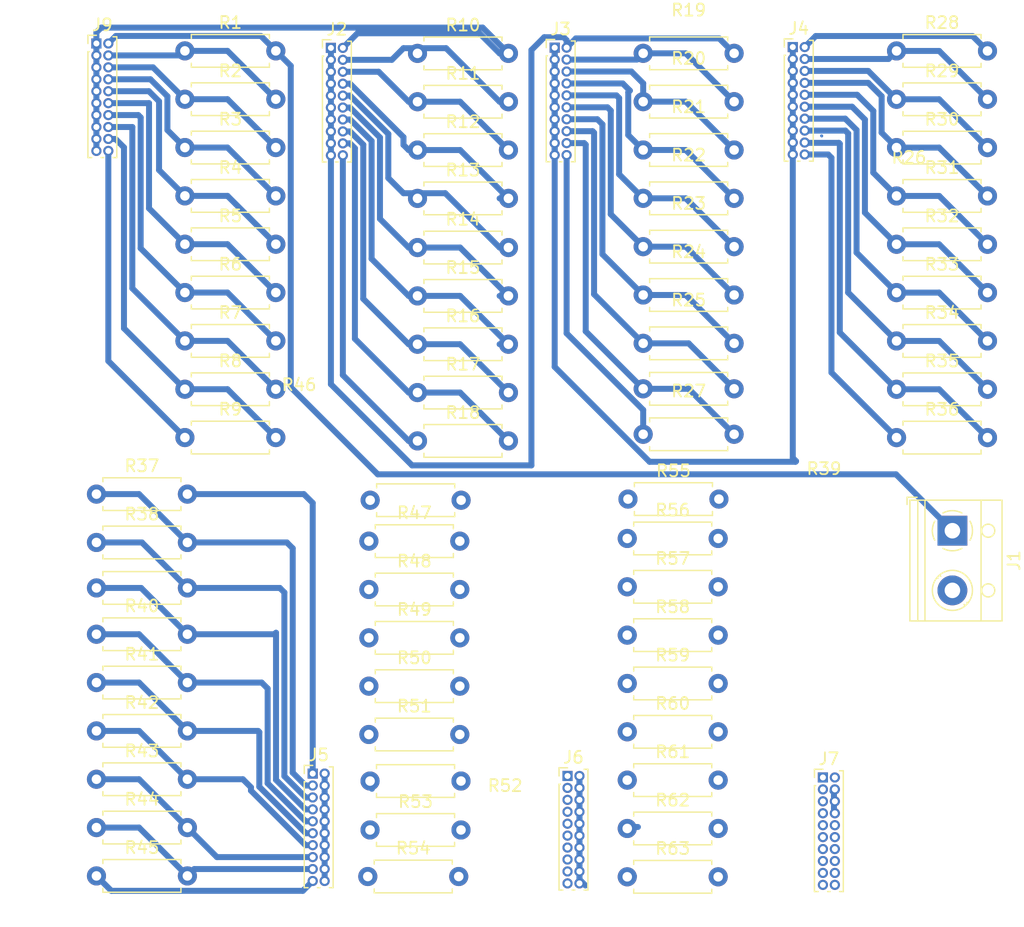
<source format=kicad_pcb>
(kicad_pcb (version 20221018) (generator pcbnew)
  (layers (0 "F.Cu" signal) (31 "B.Cu" signal) (34 "B.Paste" user) (35 "F.Paste" user) (36 "B.SilkS" user "B.Silkscreen") (37 "F.SilkS" user "F.Silkscreen") (38 "B.Mask" user) (39 "F.Mask" user) (44 "Edge.Cuts" user))
  (net 0 "")
  (net 1 "Net-(J1-Pin_1)")
  (net 2 "Net-(J1-Pin_2)")
  (net 3 "Net-(J9-Pin_4)")
  (net 4 "Net-(J9-Pin_6)")
  (net 5 "Net-(J9-Pin_8)")
  (net 6 "Net-(J9-Pin_10)")
  (net 7 "Net-(J9-Pin_12)")
  (net 8 "Net-(J9-Pin_14)")
  (net 9 "Net-(J9-Pin_16)")
  (net 10 "Net-(J9-Pin_18)")
  (net 11 "Net-(J9-Pin_20)")
  (net 12 "Net-(J2-Pin_1)")
  (net 13 "Net-(J2-Pin_2)")
  (net 14 "Net-(J2-Pin_4)")
  (net 15 "Net-(J2-Pin_6)")
  (net 16 "Net-(J2-Pin_8)")
  (net 17 "Net-(J2-Pin_10)")
  (net 18 "Net-(J2-Pin_12)")
  (net 19 "Net-(J2-Pin_14)")
  (net 20 "Net-(J2-Pin_16)")
  (net 21 "Net-(J2-Pin_18)")
  (net 22 "Net-(J2-Pin_20)")
  (net 23 "Net-(J3-Pin_1)")
  (net 24 "Net-(J3-Pin_4)")
  (net 25 "Net-(J3-Pin_6)")
  (net 26 "Net-(J3-Pin_8)")
  (net 27 "Net-(J3-Pin_10)")
  (net 28 "Net-(J3-Pin_12)")
  (net 29 "Net-(J3-Pin_14)")
  (net 30 "Net-(J3-Pin_16)")
  (net 31 "Net-(J3-Pin_18)")
  (net 32 "Net-(J3-Pin_20)")
  (net 33 "Net-(J4-Pin_2)")
  (net 34 "Net-(J4-Pin_4)")
  (net 35 "Net-(J4-Pin_6)")
  (net 36 "Net-(J4-Pin_8)")
  (net 37 "Net-(J4-Pin_10)")
  (net 38 "Net-(J4-Pin_12)")
  (net 39 "Net-(J4-Pin_14)")
  (net 40 "Net-(J4-Pin_16)")
  (net 41 "Net-(J4-Pin_18)")
  (net 42 "Net-(J4-Pin_20)")
  (net 43 "Net-(J5-Pin_1)")
  (net 44 "Net-(J5-Pin_3)")
  (net 45 "Net-(J5-Pin_5)")
  (net 46 "Net-(J5-Pin_7)")
  (net 47 "Net-(J5-Pin_9)")
  (net 48 "Net-(J5-Pin_11)")
  (net 49 "Net-(J5-Pin_13)")
  (net 50 "Net-(J5-Pin_15)")
  (net 51 "Net-(J5-Pin_17)")
  (net 52 "Net-(J5-Pin_19)")
  (net 53 "Net-(J6-Pin_1)")
  (net 54 "Net-(J6-Pin_3)")
  (net 55 "Net-(J6-Pin_5)")
  (net 56 "Net-(J6-Pin_7)")
  (net 57 "Net-(J6-Pin_9)")
  (net 58 "Net-(J6-Pin_11)")
  (net 59 "Net-(J6-Pin_13)")
  (net 60 "Net-(J6-Pin_15)")
  (net 61 "Net-(J6-Pin_17)")
  (net 62 "Net-(J6-Pin_19)")
  (net 63 "Net-(J7-Pin_3)")
  (net 64 "Net-(J7-Pin_5)")
  (net 65 "Net-(J7-Pin_7)")
  (net 66 "Net-(J7-Pin_9)")
  (net 67 "Net-(J7-Pin_10)")
  (net 68 "Net-(J7-Pin_11)")
  (net 69 "Net-(J7-Pin_13)")
  (net 70 "Net-(J7-Pin_15)")
  (net 71 "Net-(J7-Pin_17)")
  (net 72 "Net-(J7-Pin_19)")
  (footprint "Resistor_THT:R_Axial_DIN0207_L6.3mm_D2.5mm_P7.62mm_Horizontal" (layer "F.Cu") (at 123.73 74.25)
    (fp_text reference "R16")
    (fp_text value "10R")
  )
  (footprint "Resistor_THT:R_Axial_DIN0207_L6.3mm_D2.5mm_P7.62mm_Horizontal" (layer "F.Cu") (at 104.24 57.77)
    (fp_text reference "R3")
    (fp_text value "1R")
  )
  (footprint "Resistor_THT:R_Axial_DIN0207_L6.3mm_D2.5mm_P7.62mm_Horizontal" (layer "F.Cu") (at 119.565 118.85)
    (fp_text reference "R54")
    (fp_text value "100K")
  )
  (footprint "Resistor_THT:R_Axial_DIN0207_L6.3mm_D2.5mm_P7.62mm_Horizontal" (layer "F.Cu") (at 123.73 70.2)
    (fp_text reference "R15")
    (fp_text value "10R")
  )
  (footprint "Connector_PinHeader_1.00mm:PinHeader_2x10_P1.00mm_Vertical" (layer "F.Cu") (at 116.475 49.42)
    (fp_text reference "J2")
    (fp_text value "Conn_02x10_Odd_Even")
  )
  (footprint "Resistor_THT:R_Axial_DIN0207_L6.3mm_D2.5mm_P7.62mm_Horizontal" (layer "F.Cu") (at 123.73 62.03)
    (fp_text reference "R13")
    (fp_text value "10R")
  )
  (footprint "Resistor_THT:R_Axial_DIN0207_L6.3mm_D2.5mm_P7.62mm_Horizontal" (layer "F.Cu") (at 104.24 49.67)
    (fp_text reference "R1")
    (fp_text value "1R")
  )
  (footprint "Resistor_THT:R_Axial_DIN0207_L6.3mm_D2.5mm_P7.62mm_Horizontal" (layer "F.Cu") (at 163.87 53.725)
    (fp_text reference "R29")
    (fp_text value "1K")
  )
  (footprint "Resistor_THT:R_Axial_DIN0207_L6.3mm_D2.5mm_P7.62mm_Horizontal" (layer "F.Cu") (at 163.87 82.075)
    (fp_text reference "R36")
    (fp_text value "1K")
  )
  (footprint "Resistor_THT:R_Axial_DIN0207_L6.3mm_D2.5mm_P7.62mm_Horizontal" (layer "F.Cu") (at 119.765 87.32)
    (fp_text reference "R46")
    (fp_text value "100K")
  )
  (footprint "Resistor_THT:R_Axial_DIN0207_L6.3mm_D2.5mm_P7.62mm_Horizontal" (layer "F.Cu") (at 141.305 118.875)
    (fp_text reference "R63")
    (fp_text value "1M")
  )
  (footprint "Resistor_THT:R_Axial_DIN0207_L6.3mm_D2.5mm_P7.62mm_Horizontal" (layer "F.Cu") (at 163.87 49.675)
    (fp_text reference "R28")
    (fp_text value "1k")
  )
  (footprint "Resistor_THT:R_Axial_DIN0207_L6.3mm_D2.5mm_P7.62mm_Horizontal" (layer "F.Cu") (at 141.305 90.525)
    (fp_text reference "R56")
    (fp_text value "1M")
  )
  (footprint "Resistor_THT:R_Axial_DIN0207_L6.3mm_D2.5mm_P7.62mm_Horizontal" (layer "F.Cu") (at 96.83 110.7)
    (fp_text reference "R43")
    (fp_text value "10K")
  )
  (footprint "Resistor_THT:R_Axial_DIN0207_L6.3mm_D2.5mm_P7.62mm_Horizontal" (layer "F.Cu") (at 104.24 53.72)
    (fp_text reference "R2")
    (fp_text value "1R")
  )
  (footprint "Resistor_THT:R_Axial_DIN0207_L6.3mm_D2.5mm_P7.62mm_Horizontal" (layer "F.Cu") (at 104.24 61.82)
    (fp_text reference "R4")
    (fp_text value "1R")
  )
  (footprint "Resistor_THT:R_Axial_DIN0207_L6.3mm_D2.5mm_P7.62mm_Horizontal" (layer "F.Cu") (at 163.87 65.875)
    (fp_text reference "R32")
    (fp_text value "1K")
  )
  (footprint "Resistor_THT:R_Axial_DIN0207_L6.3mm_D2.5mm_P7.62mm_Horizontal" (layer "F.Cu") (at 141.305 98.625)
    (fp_text reference "R58")
    (fp_text value "1M")
  )
  (footprint "Resistor_THT:R_Axial_DIN0207_L6.3mm_D2.5mm_P7.62mm_Horizontal" (layer "F.Cu") (at 142.64 49.875)
    (fp_text reference "R19")
    (fp_text value "100R")
  )
  (footprint "Resistor_THT:R_Axial_DIN0207_L6.3mm_D2.5mm_P7.62mm_Horizontal" (layer "F.Cu") (at 142.64 70.125)
    (fp_text reference "R24")
    (fp_text value "100R")
  )
  (footprint "Resistor_THT:R_Axial_DIN0207_L6.3mm_D2.5mm_P7.62mm_Horizontal" (layer "F.Cu") (at 141.305 94.575)
    (fp_text reference "R57")
    (fp_text value "1M")
  )
  (footprint "TerminalBlock_RND:TerminalBlock_RND_205-00012_1x02_P5.00mm_Horizontal" (layer "F.Cu") (at 168.55 89.875 -90)
    (fp_text reference "J1")
    (fp_text value "Screw_Terminal_01x02")
  )
  (footprint "Resistor_THT:R_Axial_DIN0207_L6.3mm_D2.5mm_P7.62mm_Horizontal" (layer "F.Cu") (at 104.24 73.97)
    (fp_text reference "R7")
    (fp_text value "1R")
  )
  (footprint "Resistor_THT:R_Axial_DIN0207_L6.3mm_D2.5mm_P7.62mm_Horizontal" (layer "F.Cu") (at 96.83 114.75)
    (fp_text reference "R44")
    (fp_text value "10K")
  )
  (footprint "Resistor_THT:R_Axial_DIN0207_L6.3mm_D2.5mm_P7.62mm_Horizontal" (layer "F.Cu") (at 141.305 102.675)
    (fp_text reference "R59")
    (fp_text value "1M")
  )
  (footprint "Resistor_THT:R_Axial_DIN0207_L6.3mm_D2.5mm_P7.62mm_Horizontal" (layer "F.Cu") (at 96.83 94.67)
    (fp_text reference "R39")
    (fp_text value "10K")
  )
  (footprint "Resistor_THT:R_Axial_DIN0207_L6.3mm_D2.5mm_P7.62mm_Horizontal" (layer "F.Cu") (at 96.83 86.81)
    (fp_text reference "R37")
    (fp_text value "10K")
  )
  (footprint "Resistor_THT:R_Axial_DIN0207_L6.3mm_D2.5mm_P7.62mm_Horizontal" (layer "F.Cu") (at 123.73 78.3)
    (fp_text reference "R17")
    (fp_text value "10R")
  )
  (footprint "Resistor_THT:R_Axial_DIN0207_L6.3mm_D2.5mm_P7.62mm_Horizontal" (layer "F.Cu") (at 96.83 90.86)
    (fp_text reference "R38")
    (fp_text value "10K")
  )
  (footprint "Resistor_THT:R_Axial_DIN0207_L6.3mm_D2.5mm_P7.62mm_Horizontal" (layer "F.Cu") (at 163.87 69.925)
    (fp_text reference "R33")
    (fp_text value "1K")
  )
  (footprint "Resistor_THT:R_Axial_DIN0207_L6.3mm_D2.5mm_P7.62mm_Horizontal" (layer "F.Cu") (at 123.73 82.35)
    (fp_text reference "R18")
    (fp_text value "10R")
  )
  (footprint "Resistor_THT:R_Axial_DIN0207_L6.3mm_D2.5mm_P7.62mm_Horizontal" (layer "F.Cu") (at 163.87 61.825)
    (fp_text reference "R31")
    (fp_text value "1K")
  )
  (footprint "Resistor_THT:R_Axial_DIN0207_L6.3mm_D2.5mm_P7.62mm_Horizontal" (layer "F.Cu") (at 123.73 49.88)
    (fp_text reference "R10")
    (fp_text value "10R")
  )
  (footprint "Resistor_THT:R_Axial_DIN0207_L6.3mm_D2.5mm_P7.62mm_Horizontal" (layer "F.Cu") (at 119.655 94.8)
    (fp_text reference "R48")
    (fp_text value "100K")
  )
  (footprint "Resistor_THT:R_Axial_DIN0207_L6.3mm_D2.5mm_P7.62mm_Horizontal" (layer "F.Cu") (at 119.655 106.95)
    (fp_text reference "R51")
    (fp_text value "100K")
  )
  (footprint "Resistor_THT:R_Axial_DIN0207_L6.3mm_D2.5mm_P7.62mm_Horizontal" (layer "F.Cu") (at 142.64 77.985)
    (fp_text reference "R26")
    (fp_text value "100R")
  )
  (footprint "Connector_PinHeader_1.00mm:PinHeader_2x10_P1.00mm_Vertical" (layer "F.Cu") (at 155.175 49.35)
    (fp_text reference "J4")
    (fp_text value "Conn_02x10_Odd_Even")
  )
  (footprint "Resistor_THT:R_Axial_DIN0207_L6.3mm_D2.5mm_P7.62mm_Horizontal" (layer "F.Cu") (at 142.64 53.925)
    (fp_text reference "R20")
    (fp_text value "100R")
  )
  (footprint "Resistor_THT:R_Axial_DIN0207_L6.3mm_D2.5mm_P7.62mm_Horizontal" (layer "F.Cu") (at 141.305 110.775)
    (fp_text reference "R61")
    (fp_text value "1M")
  )
  (footprint "Connector_PinHeader_1.00mm:PinHeader_2x10_P1.00mm_Vertical" (layer "F.Cu") (at 136.3 110.425)
    (fp_text reference "J6")
    (fp_text value "Conn_02x10_Odd_Even")
  )
  (footprint "Resistor_THT:R_Axial_DIN0207_L6.3mm_D2.5mm_P7.62mm_Horizontal" (layer "F.Cu") (at 142.64 74.175)
    (fp_text reference "R25")
    (fp_text value "100R")
  )
  (footprint "Resistor_THT:R_Axial_DIN0207_L6.3mm_D2.5mm_P7.62mm_Horizontal" (layer "F.Cu") (at 104.24 78.02)
    (fp_text reference "R8")
    (fp_text value "1R")
  )
  (footprint "Resistor_THT:R_Axial_DIN0207_L6.3mm_D2.5mm_P7.62mm_Horizontal" (layer "F.Cu") (at 123.73 53.93)
    (fp_text reference "R11")
    (fp_text value "10R")
  )
  (footprint "Resistor_THT:R_Axial_DIN0207_L6.3mm_D2.5mm_P7.62mm_Horizontal" (layer "F.Cu") (at 104.24 69.92)
    (fp_text reference "R6")
    (fp_text value "1R")
  )
  (footprint "Resistor_THT:R_Axial_DIN0207_L6.3mm_D2.5mm_P7.62mm_Horizontal" (layer "F.Cu") (at 142.64 66.075)
    (fp_text reference "R23")
    (fp_text value "100R")
  )
  (footprint "Connector_PinHeader_1.00mm:PinHeader_2x10_P1.00mm_Vertical" (layer "F.Cu") (at 114.95 110.225)
    (fp_text reference "J5")
    (fp_text value "Conn_02x10_Odd_Even")
  )
  (footprint "Resistor_THT:R_Axial_DIN0207_L6.3mm_D2.5mm_P7.62mm_Horizontal" (layer "F.Cu") (at 104.24 65.87)
    (fp_text reference "R5")
    (fp_text value "1R")
  )
  (footprint "Resistor_THT:R_Axial_DIN0207_L6.3mm_D2.5mm_P7.62mm_Horizontal" (layer "F.Cu") (at 141.365 87.225)
    (fp_text reference "R55")
    (fp_text value "1M")
  )
  (footprint "Resistor_THT:R_Axial_DIN0207_L6.3mm_D2.5mm_P7.62mm_Horizontal" (layer "F.Cu") (at 163.87 57.775)
    (fp_text reference "R30")
    (fp_text value "1K")
  )
  (footprint "Resistor_THT:R_Axial_DIN0207_L6.3mm_D2.5mm_P7.62mm_Horizontal" (layer "F.Cu") (at 142.64 62.025)
    (fp_text reference "R22")
    (fp_text value "100R")
  )
  (footprint "Resistor_THT:R_Axial_DIN0207_L6.3mm_D2.5mm_P7.62mm_Horizontal" (layer "F.Cu") (at 96.83 102.6)
    (fp_text reference "R41")
    (fp_text value "10K")
  )
  (footprint "Resistor_THT:R_Axial_DIN0207_L6.3mm_D2.5mm_P7.62mm_Horizontal" (layer "F.Cu") (at 141.305 114.825)
    (fp_text reference "R62")
    (fp_text value "1M")
  )
  (footprint "Resistor_THT:R_Axial_DIN0207_L6.3mm_D2.5mm_P7.62mm_Horizontal" (layer "F.Cu") (at 119.755 114.95)
    (fp_text reference "R53")
    (fp_text value "100K")
  )
  (footprint "Resistor_THT:R_Axial_DIN0207_L6.3mm_D2.5mm_P7.62mm_Horizontal" (layer "F.Cu") (at 141.305 106.725)
    (fp_text reference "R60")
    (fp_text value "1M")
  )
  (footprint "Resistor_THT:R_Axial_DIN0207_L6.3mm_D2.5mm_P7.62mm_Horizontal" (layer "F.Cu") (at 163.87 78.025)
    (fp_text reference "R35")
    (fp_text value "1K")
  )
  (footprint "Resistor_THT:R_Axial_DIN0207_L6.3mm_D2.5mm_P7.62mm_Horizontal" (layer "F.Cu") (at 96.83 106.65)
    (fp_text reference "R42")
    (fp_text value "10K")
  )
  (footprint "Resistor_THT:R_Axial_DIN0207_L6.3mm_D2.5mm_P7.62mm_Horizontal" (layer "F.Cu") (at 96.83 98.55)
    (fp_text reference "R40")
    (fp_text value "10K")
  )
  (footprint "Resistor_THT:R_Axial_DIN0207_L6.3mm_D2.5mm_P7.62mm_Horizontal" (layer "F.Cu") (at 119.655 98.85)
    (fp_text reference "R49")
    (fp_text value "100K")
  )
  (footprint "Resistor_THT:R_Axial_DIN0207_L6.3mm_D2.5mm_P7.62mm_Horizontal" (layer "F.Cu") (at 119.655 90.75)
    (fp_text reference "R47")
    (fp_text value "100K")
  )
  (footprint "Resistor_THT:R_Axial_DIN0207_L6.3mm_D2.5mm_P7.62mm_Horizontal" (layer "F.Cu") (at 119.755 110.85)
    (fp_text reference "R52")
    (fp_text value "100K")
  )
  (footprint "Resistor_THT:R_Axial_DIN0207_L6.3mm_D2.5mm_P7.62mm_Horizontal" (layer "F.Cu") (at 96.83 118.8)
    (fp_text reference "R45")
    (fp_text value "10K")
  )
  (footprint "Resistor_THT:R_Axial_DIN0207_L6.3mm_D2.5mm_P7.62mm_Horizontal" (layer "F.Cu") (at 104.24 82.07)
    (fp_text reference "R9")
    (fp_text value "1R")
  )
  (footprint "Resistor_THT:R_Axial_DIN0207_L6.3mm_D2.5mm_P7.62mm_Horizontal" (layer "F.Cu") (at 142.64 57.975)
    (fp_text reference "R21")
    (fp_text value "100R")
  )
  (footprint "Resistor_THT:R_Axial_DIN0207_L6.3mm_D2.5mm_P7.62mm_Horizontal" (layer "F.Cu") (at 163.87 73.975)
    (fp_text reference "R34")
    (fp_text value "1K")
  )
  (footprint "Connector_PinHeader_1.00mm:PinHeader_2x10_P1.00mm_Vertical" (layer "F.Cu") (at 135.225 49.4)
    (fp_text reference "J3")
    (fp_text value "Conn_02x10_Odd_Even")
  )
  (footprint "Resistor_THT:R_Axial_DIN0207_L6.3mm_D2.5mm_P7.62mm_Horizontal" (layer "F.Cu") (at 123.73 66.15)
    (fp_text reference "R14")
    (fp_text value "10R")
  )
  (footprint "Resistor_THT:R_Axial_DIN0207_L6.3mm_D2.5mm_P7.62mm_Horizontal" (layer "F.Cu") (at 119.655 102.9)
    (fp_text reference "R50")
    (fp_text value "100K")
  )
  (footprint "Connector_PinHeader_1.00mm:PinHeader_2x10_P1.00mm_Vertical" (layer "F.Cu") (at 96.825 49.05)
    (fp_text reference "J9")
    (fp_text value "Conn_02x10_Odd_Even")
  )
  (footprint "Resistor_THT:R_Axial_DIN0207_L6.3mm_D2.5mm_P7.62mm_Horizontal" (layer "F.Cu") (at 142.64 81.795)
    (fp_text reference "R27")
    (fp_text value "100R")
  )
  (footprint "Resistor_THT:R_Axial_DIN0207_L6.3mm_D2.5mm_P7.62mm_Horizontal" (layer "F.Cu") (at 123.73 57.98)
    (fp_text reference "R12")
    (fp_text value "10R")
  )
  (footprint "Connector_PinHeader_1.00mm:PinHeader_2x10_P1.00mm_Vertical" (layer "F.Cu") (at 157.7 110.55)
    (fp_text reference "J7")
    (fp_text value "Conn_02x10_Odd_Even")
  )
  (segment (start 113.11 50.92) (end 113.11 77.86) (width 0.5) (layer "B.Cu") (net 1))
  (segment (start 110.61 48.42) (end 111.86 49.67) (width 0.5) (layer "B.Cu") (net 1))
  (segment (start 113.11 77.86) (end 120.4 85.15) (width 0.5) (layer "B.Cu") (net 1))
  (segment (start 120.4 85.15) (end 163.825 85.15) (width 0.5) (layer "B.Cu") (net 1))
  (segment (start 98.455 48.42) (end 110.61 48.42) (width 0.5) (layer "B.Cu") (net 1))
  (segment (start 163.825 85.15) (end 168.55 89.875) (width 0.5) (layer "B.Cu") (net 1))
  (segment (start 97.825 49.05) (end 98.455 48.42) (width 0.5) (layer "B.Cu") (net 1))
  (segment (start 111.86 49.67) (end 113.11 50.92) (width 0.5) (layer "B.Cu") (net 1))
  (segment (start 104.24 49.67) (end 107.81 49.67) (width 0.5) (layer "B.Cu") (net 3))
  (segment (start 103.86 50.05) (end 104.24 49.67) (width 0.5) (layer "B.Cu") (net 3))
  (segment (start 107.81 49.67) (end 111.86 53.72) (width 0.5) (layer "B.Cu") (net 3))
  (segment (start 97.825 50.05) (end 103.86 50.05) (width 0.5) (layer "B.Cu") (net 3))
  (segment (start 101.57 51.05) (end 104.24 53.72) (width 0.5) (layer "B.Cu") (net 4))
  (segment (start 107.81 53.72) (end 111.86 57.77) (width 0.5) (layer "B.Cu") (net 4))
  (segment (start 104.24 53.72) (end 107.81 53.72) (width 0.5) (layer "B.Cu") (net 4))
  (segment (start 97.825 51.05) (end 101.57 51.05) (width 0.5) (layer "B.Cu") (net 4))
  (segment (start 101.35 52.05) (end 102.775 53.475) (width 0.5) (layer "B.Cu") (net 5))
  (segment (start 97.825 52.05) (end 101.35 52.05) (width 0.5) (layer "B.Cu") (net 5))
  (segment (start 102.775 56.305) (end 104.24 57.77) (width 0.5) (layer "B.Cu") (net 5))
  (segment (start 107.81 57.77) (end 111.86 61.82) (width 0.5) (layer "B.Cu") (net 5))
  (segment (start 104.24 57.77) (end 107.81 57.77) (width 0.5) (layer "B.Cu") (net 5))
  (segment (start 102.775 53.475) (end 102.775 56.305) (width 0.5) (layer "B.Cu") (net 5))
  (segment (start 104.24 61.82) (end 107.81 61.82) (width 0.5) (layer "B.Cu") (net 6))
  (segment (start 107.81 61.82) (end 111.86 65.87) (width 0.5) (layer "B.Cu") (net 6))
  (segment (start 102.075 59.655) (end 104.24 61.82) (width 0.5) (layer "B.Cu") (net 6))
  (segment (start 97.825 53.05) (end 101.225 53.05) (width 0.5) (layer "B.Cu") (net 6))
  (segment (start 102.075 53.9) (end 102.075 59.655) (width 0.5) (layer "B.Cu") (net 6))
  (segment (start 101.225 53.05) (end 102.075 53.9) (width 0.5) (layer "B.Cu") (net 6))
  (segment (start 101.23505 62.86505) (end 104.24 65.87) (width 0.5) (layer "B.Cu") (net 7))
  (segment (start 107.81 65.87) (end 104.24 65.87) (width 0.5) (layer "B.Cu") (net 7))
  (segment (start 111.86 69.92) (end 107.81 65.87) (width 0.5) (layer "B.Cu") (net 7))
  (segment (start 97.825 54.05) (end 101.23505 54.05) (width 0.5) (layer "B.Cu") (net 7))
  (segment (start 101.23505 54.05) (end 101.23505 62.86505) (width 0.5) (layer "B.Cu") (net 7))
  (segment (start 100.53505 66.21505) (end 104.24 69.92) (width 0.5) (layer "B.Cu") (net 8))
  (segment (start 97.825 55.05) (end 100.33505 55.05) (width 0.5) (layer "B.Cu") (net 8))
  (segment (start 104.24 69.92) (end 107.81 69.92) (width 0.5) (layer "B.Cu") (net 8))
  (segment (start 107.81 69.92) (end 111.86 73.97) (width 0.5) (layer "B.Cu") (net 8))
  (segment (start 100.33505 55.05) (end 100.53505 55.25) (width 0.5) (layer "B.Cu") (net 8))
  (segment (start 100.53505 55.25) (end 100.53505 66.21505) (width 0.5) (layer "B.Cu") (net 8))
  (segment (start 99.83505 56.05) (end 99.83505 69.56505) (width 0.5) (layer "B.Cu") (net 9))
  (segment (start 104.24 73.97) (end 107.81 73.97) (width 0.5) (layer "B.Cu") (net 9))
  (segment (start 107.81 73.97) (end 111.86 78.02) (width 0.5) (layer "B.Cu") (net 9))
  (segment (start 99.83505 69.56505) (end 104.24 73.97) (width 0.5) (layer "B.Cu") (net 9))
  (segment (start 97.825 56.05) (end 99.83505 56.05) (width 0.5) (layer "B.Cu") (net 9))
  (segment (start 107.81 78.02) (end 111.86 82.07) (width 0.5) (layer "B.Cu") (net 10))
  (segment (start 99.13505 72.91505) (end 104.24 78.02) (width 0.5) (layer "B.Cu") (net 10))
  (segment (start 97.825 57.05) (end 98.42604 57.05) (width 0.5) (layer "B.Cu") (net 10))
  (segment (start 98.42604 57.05) (end 99.13505 57.75901) (width 0.5) (layer "B.Cu") (net 10))
  (segment (start 104.24 78.02) (end 107.81 78.02) (width 0.5) (layer "B.Cu") (net 10))
  (segment (start 99.13505 57.75901) (end 99.13505 72.91505) (width 0.5) (layer "B.Cu") (net 10))
  (segment (start 104.24 82.07) (end 97.825 75.655) (width 0.5) (layer "B.Cu") (net 11))
  (segment (start 97.825 75.655) (end 97.825 58.05) (width 0.5) (layer "B.Cu") (net 11))
  (segment (start 116.475 58.42) (end 116.475 77.602767) (width 0.5) (layer "B.Cu") (net 12))
  (segment (start 133.275 84.4) (end 133.275 49.6) (width 0.5) (layer "B.Cu") (net 12))
  (segment (start 116.475 77.602767) (end 123.272233 84.4) (width 0.5) (layer "B.Cu") (net 12))
  (segment (start 133.275 49.6) (end 134.35 48.525) (width 0.5) (layer "B.Cu") (net 12))
  (segment (start 134.35 48.525) (end 135.975 48.525) (width 0.5) (layer "B.Cu") (net 12))
  (segment (start 116.475 49.42) (end 116.475 58.42) (width 0.5) (layer "B.Cu") (net 12))
  (segment (start 136.225 49.4) (end 137 48.625) (width 0.5) (layer "B.Cu") (net 12))
  (segment (start 137 48.625) (end 149.01 48.625) (width 0.5) (layer "B.Cu") (net 12))
  (segment (start 123.272233 84.4) (end 133.275 84.4) (width 0.5) (layer "B.Cu") (net 12))
  (segment (start 135.975 48.525) (end 136.225 48.775) (width 0.5) (layer "B.Cu") (net 12))
  (segment (start 149.01 48.625) (end 150.26 49.875) (width 0.5) (layer "B.Cu") (net 12))
  (segment (start 136.225 48.775) (end 136.225 49.4) (width 0.5) (layer "B.Cu") (net 12))
  (segment (start 96.825 49.05) (end 96.825 57.425) (width 0.5) (layer "B.Cu") (net 13))
  (segment (start 118.7 48.195) (end 117.475 49.42) (width 0.5) (layer "B.Cu") (net 13))
  (segment (start 97.23 47.72) (end 129.19 47.72) (width 0.5) (layer "B.Cu") (net 13))
  (segment (start 96.825 49.05) (end 96.825 48.125) (width 0.5) (layer "B.Cu") (net 13))
  (segment (start 131.35 49.88) (end 130.61 49.88) (width 0.5) (layer "B.Cu") (net 13))
  (segment (start 129.19 47.72) (end 131.35 49.88) (width 0.5) (layer "B.Cu") (net 13))
  (segment (start 128.925 48.195) (end 118.7 48.195) (width 0.5) (layer "B.Cu") (net 13))
  (segment (start 96.825 48.125) (end 97.23 47.72) (width 0.5) (layer "B.Cu") (net 13))
  (segment (start 130.61 49.88) (end 128.925 48.195) (width 0.5) (layer "B.Cu") (net 13))
  (segment (start 96.825 57.975) (end 96.825 58.05) (width 0.5) (layer "B.Cu") (net 13))
  (segment (start 96.825 58.05) (end 96.825 57.05) (width 0.5) (layer "B.Cu") (net 13))
  (segment (start 122.555 49.445) (end 121.58 50.42) (width 0.5) (layer "B.Cu") (net 14))
  (segment (start 126.125 49.445) (end 122.555 49.445) (width 0.5) (layer "B.Cu") (net 14))
  (segment (start 130.61 53.93) (end 126.125 49.445) (width 0.5) (layer "B.Cu") (net 14))
  (segment (start 121.58 50.42) (end 117.475 50.42) (width 0.5) (layer "B.Cu") (net 14))
  (segment (start 131.35 53.93) (end 130.61 53.93) (width 0.5) (layer "B.Cu") (net 14))
  (segment (start 123.73 53.93) (end 122.99 53.93) (width 0.5) (layer "B.Cu") (net 15))
  (segment (start 123.73 53.93) (end 127.3 53.93) (width 0.5) (layer "B.Cu") (net 15))
  (segment (start 120.48 51.42) (end 117.475 51.42) (width 0.5) (layer "B.Cu") (net 15))
  (segment (start 127.3 53.93) (end 131.35 57.98) (width 0.5) (layer "B.Cu") (net 15))
  (segment (start 122.99 53.93) (end 120.48 51.42) (width 0.5) (layer "B.Cu") (net 15))
  (segment (start 127.3 57.98) (end 131.35 62.03) (width 0.5) (layer "B.Cu") (net 16))
  (segment (start 122.99 57.98) (end 122.555 57.545) (width 0.5) (layer "B.Cu") (net 16))
  (segment (start 122.555 56.89896) (end 118.07604 52.42) (width 0.5) (layer "B.Cu") (net 16))
  (segment (start 123.73 57.98) (end 127.3 57.98) (width 0.5) (layer "B.Cu") (net 16))
  (segment (start 122.555 57.545) (end 122.555 56.89896) (width 0.5) (layer "B.Cu") (net 16))
  (segment (start 118.07604 52.42) (end 117.475 52.42) (width 0.5) (layer "B.Cu") (net 16))
  (segment (start 131.35 62.03) (end 130.61 62.03) (width 0.5) (layer "B.Cu") (net 16))
  (segment (start 123.73 57.98) (end 122.99 57.98) (width 0.5) (layer "B.Cu") (net 16))
  (segment (start 130.61 66.15) (end 126.055 61.595) (width 0.5) (layer "B.Cu") (net 17))
  (segment (start 121.285 56.62896) (end 118.07604 53.42) (width 0.5) (layer "B.Cu") (net 17))
  (segment (start 126.055 61.595) (end 122.555 61.595) (width 0.5) (layer "B.Cu") (net 17))
  (segment (start 131.35 66.15) (end 130.61 66.15) (width 0.5) (layer "B.Cu") (net 17))
  (segment (start 122.555 61.595) (end 121.285 60.325) (width 0.5) (layer "B.Cu") (net 17))
  (segment (start 118.07604 53.42) (end 117.475 53.42) (width 0.5) (layer "B.Cu") (net 17))
  (segment (start 121.285 60.325) (end 121.285 56.62896) (width 0.5) (layer "B.Cu") (net 17))
  (segment (start 131.35 70.2) (end 130.61 70.2) (width 0.5) (layer "B.Cu") (net 18))
  (segment (start 120.585 56.92896) (end 118.07604 54.42) (width 0.5) (layer "B.Cu") (net 18))
  (segment (start 127.3 66.15) (end 131.35 70.2) (width 0.5) (layer "B.Cu") (net 18))
  (segment (start 123.73 66.15) (end 127.3 66.15) (width 0.5) (layer "B.Cu") (net 18))
  (segment (start 122.99 66.15) (end 120.585 63.745) (width 0.5) (layer "B.Cu") (net 18))
  (segment (start 118.07604 54.42) (end 117.475 54.42) (width 0.5) (layer "B.Cu") (net 18))
  (segment (start 120.585 63.745) (end 120.585 56.92896) (width 0.5) (layer "B.Cu") (net 18))
  (segment (start 123.73 66.15) (end 122.99 66.15) (width 0.5) (layer "B.Cu") (net 18))
  (segment (start 127.3 70.2) (end 131.35 74.25) (width 0.5) (layer "B.Cu") (net 19))
  (segment (start 119.885 67.095) (end 119.885 57.21891) (width 0.5) (layer "B.Cu") (net 19))
  (segment (start 123.73 70.2) (end 122.99 70.2) (width 0.5) (layer "B.Cu") (net 19))
  (segment (start 122.99 70.2) (end 119.885 67.095) (width 0.5) (layer "B.Cu") (net 19))
  (segment (start 118.08609 55.42) (end 117.475 55.42) (width 0.5) (layer "B.Cu") (net 19))
  (segment (start 123.73 70.2) (end 127.3 70.2) (width 0.5) (layer "B.Cu") (net 19))
  (segment (start 131.35 74.25) (end 130.61 74.25) (width 0.5) (layer "B.Cu") (net 19))
  (segment (start 119.885 57.21891) (end 118.08609 55.42) (width 0.5) (layer "B.Cu") (net 19))
  (segment (start 122.99 74.25) (end 119.185 70.445) (width 0.5) (layer "B.Cu") (net 20))
  (segment (start 119.185 70.445) (end 119.185 57.52896) (width 0.5) (layer "B.Cu") (net 20))
  (segment (start 123.73 74.25) (end 122.99 74.25) (width 0.5) (layer "B.Cu") (net 20))
  (segment (start 118.07604 56.42) (end 117.475 56.42) (width 0.5) (layer "B.Cu") (net 20))
  (segment (start 119.185 57.52896) (end 118.07604 56.42) (width 0.5) (layer "B.Cu") (net 20))
  (segment (start 123.73 74.25) (end 127.3 74.25) (width 0.5) (layer "B.Cu") (net 20))
  (segment (start 127.3 74.25) (end 131.35 78.3) (width 0.5) (layer "B.Cu") (net 20))
  (segment (start 122.99 78.3) (end 118.485 73.795) (width 0.5) (layer "B.Cu") (net 21))
  (segment (start 123.73 78.3) (end 122.99 78.3) (width 0.5) (layer "B.Cu") (net 21))
  (segment (start 127.3 78.3) (end 131.35 82.35) (width 0.5) (layer "B.Cu") (net 21))
  (segment (start 118.485 73.795) (end 118.485 57.82896) (width 0.5) (layer "B.Cu") (net 21))
  (segment (start 118.07604 57.42) (end 117.475 57.42) (width 0.5) (layer "B.Cu") (net 21))
  (segment (start 123.73 78.3) (end 127.3 78.3) (width 0.5) (layer "B.Cu") (net 21))
  (segment (start 118.485 57.82896) (end 118.07604 57.42) (width 0.5) (layer "B.Cu") (net 21))
  (segment (start 117.475 76.835) (end 117.475 58.42) (width 0.5) (layer "B.Cu") (net 22))
  (segment (start 123.73 82.35) (end 122.99 82.35) (width 0.5) (layer "B.Cu") (net 22))
  (segment (start 122.99 82.35) (end 117.475 76.835) (width 0.5) (layer "B.Cu") (net 22))
  (segment (start 143.177233 84.1) (end 155.4 84.1) (width 0.5) (layer "B.Cu") (net 23))
  (segment (start 155.175 49.35) (end 155.175 58.35) (width 0.5) (layer "B.Cu") (net 23))
  (segment (start 155.4 84.1) (end 155.45 84.05) (width 0.5) (layer "B.Cu") (net 23))
  (segment (start 135.225 49.4) (end 135.225 58.4) (width 0.5) (layer "B.Cu") (net 23))
  (segment (start 155.175 83.775) (end 155.175 58.35) (width 0.5) (layer "B.Cu") (net 23))
  (segment (start 155.45 84.05) (end 155.175 83.775) (width 0.5) (layer "B.Cu") (net 23))
  (segment (start 135.225 49.4) (end 135.225 76.147767) (width 0.5) (layer "B.Cu") (net 23))
  (segment (start 135.225 76.147767) (end 143.177233 84.1) (width 0.5) (layer "B.Cu") (net 23))
  (segment (start 136.225 50.4) (end 142.115 50.4) (width 0.5) (layer "B.Cu") (net 24))
  (segment (start 142.64 49.875) (end 146.21 49.875) (width 0.5) (layer "B.Cu") (net 24))
  (segment (start 146.21 49.875) (end 150.26 53.925) (width 0.5) (layer "B.Cu") (net 24))
  (segment (start 142.115 50.4) (end 142.64 49.875) (width 0.5) (layer "B.Cu") (net 24))
  (segment (start 136.225 51.4) (end 141.65 51.4) (width 0.5) (layer "B.Cu") (net 25))
  (segment (start 146.21 53.925) (end 150.26 57.975) (width 0.5) (layer "B.Cu") (net 25))
  (segment (start 142.64 52.39) (end 142.64 53.925) (width 0.5) (layer "B.Cu") (net 25))
  (segment (start 142.64 53.925) (end 146.21 53.925) (width 0.5) (layer "B.Cu") (net 25))
  (segment (start 141.65 51.4) (end 142.64 52.39) (width 0.5) (layer "B.Cu") (net 25))
  (segment (start 141.39 53.135) (end 141.39 56.725) (width 0.5) (layer "B.Cu") (net 26))
  (segment (start 146.21 57.975) (end 150.26 62.025) (width 0.5) (layer "B.Cu") (net 26))
  (segment (start 141.525 53) (end 141.39 53.135) (width 0.5) (layer "B.Cu") (net 26))
  (segment (start 141.39 56.725) (end 142.64 57.975) (width 0.5) (layer "B.Cu") (net 26))
  (segment (start 142.64 57.975) (end 146.21 57.975) (width 0.5) (layer "B.Cu") (net 26))
  (segment (start 140.925 52.4) (end 141.525 53) (width 0.5) (layer "B.Cu") (net 26))
  (segment (start 136.225 52.4) (end 140.925 52.4) (width 0.5) (layer "B.Cu") (net 26))
  (segment (start 140.625 53.625) (end 140.625 60.01) (width 0.5) (layer "B.Cu") (net 27))
  (segment (start 142.64 62.025) (end 146.21 62.025) (width 0.5) (layer "B.Cu") (net 27))
  (segment (start 140.4 53.4) (end 140.625 53.625) (width 0.5) (layer "B.Cu") (net 27))
  (segment (start 140.625 60.01) (end 142.64 62.025) (width 0.5) (layer "B.Cu") (net 27))
  (segment (start 136.225 53.4) (end 140.4 53.4) (width 0.5) (layer "B.Cu") (net 27))
  (segment (start 146.21 62.025) (end 150.26 66.075) (width 0.5) (layer "B.Cu") (net 27))
  (segment (start 142.64 66.075) (end 146.21 66.075) (width 0.5) (layer "B.Cu") (net 28))
  (segment (start 139.925 63.36) (end 142.64 66.075) (width 0.5) (layer "B.Cu") (net 28))
  (segment (start 139.65 54.4) (end 139.925 54.675) (width 0.5) (layer "B.Cu") (net 28))
  (segment (start 146.21 66.075) (end 150.26 70.125) (width 0.5) (layer "B.Cu") (net 28))
  (segment (start 139.925 54.675) (end 139.925 63.36) (width 0.5) (layer "B.Cu") (net 28))
  (segment (start 136.225 54.4) (end 139.65 54.4) (width 0.5) (layer "B.Cu") (net 28))
  (segment (start 146.21 70.125) (end 150.26 74.175) (width 0.5) (layer "B.Cu") (net 29))
  (segment (start 139.225 66.71) (end 142.64 70.125) (width 0.5) (layer "B.Cu") (net 29))
  (segment (start 139.225 55.825) (end 139.225 66.71) (width 0.5) (layer "B.Cu") (net 29))
  (segment (start 138.8 55.4) (end 139.225 55.825) (width 0.5) (layer "B.Cu") (net 29))
  (segment (start 136.225 55.4) (end 138.8 55.4) (width 0.5) (layer "B.Cu") (net 29))
  (segment (start 142.64 70.125) (end 146.21 70.125) (width 0.5) (layer "B.Cu") (net 29))
  (segment (start 138.4 56.4) (end 138.525 56.525) (width 0.5) (layer "B.Cu") (net 30))
  (segment (start 138.525 70.06) (end 142.64 74.175) (width 0.5) (layer "B.Cu") (net 30))
  (segment (start 142.64 74.175) (end 146.45 74.175) (width 0.5) (layer "B.Cu") (net 30))
  (segment (start 136.225 56.4) (end 138.4 56.4) (width 0.5) (layer "B.Cu") (net 30))
  (segment (start 146.45 74.175) (end 150.26 77.985) (width 0.5) (layer "B.Cu") (net 30))
  (segment (start 138.525 56.525) (end 138.525 70.06) (width 0.5) (layer "B.Cu") (net 30))
  (segment (start 137.7 57.4) (end 137.825 57.525) (width 0.5) (layer "B.Cu") (net 31))
  (segment (start 146.45 77.985) (end 150.26 81.795) (width 0.5) (layer "B.Cu") (net 31))
  (segment (start 142.64 77.985) (end 146.45 77.985) (width 0.5) (layer "B.Cu") (net 31))
  (segment (start 136.225 57.4) (end 137.7 57.4) (width 0.5) (layer "B.Cu") (net 31))
  (segment (start 137.825 73.17) (end 142.64 77.985) (width 0.5) (layer "B.Cu") (net 31))
  (segment (start 137.825 57.525) (end 137.825 73.17) (width 0.5) (layer "B.Cu") (net 31))
  (segment (start 136.225 58.4) (end 136.225 73.337767) (width 0.5) (layer "B.Cu") (net 32))
  (segment (start 136.225 73.337767) (end 142.64 79.752767) (width 0.5) (layer "B.Cu") (net 32))
  (segment (start 142.64 79.752767) (end 142.64 81.795) (width 0.5) (layer "B.Cu") (net 32))
  (segment (start 156.175 49.35) (end 157.1 48.425) (width 0.5) (layer "B.Cu") (net 33))
  (segment (start 170.24 48.425) (end 171.49 49.675) (width 0.5) (layer "B.Cu") (net 33))
  (segment (start 115.95 110.225) (end 115.95 119.225) (width 0.5) (layer "B.Cu") (net 33))
  (segment (start 157.1 48.425) (end 170.24 48.425) (width 0.5) (layer "B.Cu") (net 33))
  (segment (start 163.195 50.35) (end 163.87 49.675) (width 0.5) (layer "B.Cu") (net 34))
  (segment (start 156.175 50.35) (end 163.195 50.35) (width 0.5) (layer "B.Cu") (net 34))
  (segment (start 167.44 49.675) (end 171.49 53.725) (width 0.5) (layer "B.Cu") (net 34))
  (segment (start 163.87 49.675) (end 167.44 49.675) (width 0.5) (layer "B.Cu") (net 34))
  (segment (start 156.175 51.35) (end 161.495 51.35) (width 0.5) (layer "B.Cu") (net 35))
  (segment (start 161.495 51.35) (end 163.87 53.725) (width 0.5) (layer "B.Cu") (net 35))
  (segment (start 163.87 53.725) (end 167.44 53.725) (width 0.5) (layer "B.Cu") (net 35))
  (segment (start 167.44 53.725) (end 171.49 57.775) (width 0.5) (layer "B.Cu") (net 35))
  (segment (start 156.175 52.35) (end 161.5 52.35) (width 0.5) (layer "B.Cu") (net 36))
  (segment (start 167.44 57.775) (end 171.49 61.825) (width 0.5) (layer "B.Cu") (net 36))
  (segment (start 162.62 56.525) (end 163.87 57.775) (width 0.5) (layer "B.Cu") (net 36))
  (segment (start 162.62 53.47) (end 162.62 56.525) (width 0.5) (layer "B.Cu") (net 36))
  (segment (start 161.5 52.35) (end 162.62 53.47) (width 0.5) (layer "B.Cu") (net 36))
  (segment (start 163.87 57.775) (end 167.44 57.775) (width 0.5) (layer "B.Cu") (net 36))
  (segment (start 163.87 61.825) (end 167.44 61.825) (width 0.5) (layer "B.Cu") (net 37))
  (segment (start 156.175 53.35) (end 160.57 53.35) (width 0.5) (layer "B.Cu") (net 37))
  (segment (start 161.92 54.7) (end 161.92 59.875) (width 0.5) (layer "B.Cu") (net 37))
  (segment (start 160.57 53.35) (end 161.92 54.7) (width 0.5) (layer "B.Cu") (net 37))
  (segment (start 161.92 59.875) (end 163.87 61.825) (width 0.5) (layer "B.Cu") (net 37))
  (segment (start 167.44 61.825) (end 171.49 65.875) (width 0.5) (layer "B.Cu") (net 37))
  (segment (start 160.145 54.35) (end 161.22 55.425) (width 0.5) (layer "B.Cu") (net 38))
  (segment (start 161.22 55.425) (end 161.22 63.225) (width 0.5) (layer "B.Cu") (net 38))
  (segment (start 161.22 63.225) (end 163.87 65.875) (width 0.5) (layer "B.Cu") (net 38))
  (segment (start 163.87 65.875) (end 167.44 65.875) (width 0.5) (layer "B.Cu") (net 38))
  (segment (start 156.175 54.35) (end 160.145 54.35) (width 0.5) (layer "B.Cu") (net 38))
  (segment (start 167.44 65.875) (end 171.49 69.925) (width 0.5) (layer "B.Cu") (net 38))
  (segment (start 167.44 69.925) (end 171.49 73.975) (width 0.5) (layer "B.Cu") (net 39))
  (segment (start 156.175 55.35) (end 159.57 55.35) (width 0.5) (layer "B.Cu") (net 39))
  (segment (start 160.52 66.575) (end 163.87 69.925) (width 0.5) (layer "B.Cu") (net 39))
  (segment (start 163.87 69.925) (end 167.44 69.925) (width 0.5) (layer "B.Cu") (net 39))
  (segment (start 159.57 55.35) (end 160.52 56.3) (width 0.5) (layer "B.Cu") (net 39))
  (segment (start 160.52 56.3) (end 160.52 66.575) (width 0.5) (layer "B.Cu") (net 39))
  (segment (start 167.44 73.975) (end 171.49 78.025) (width 0.5) (layer "B.Cu") (net 40))
  (segment (start 163.87 73.975) (end 167.44 73.975) (width 0.5) (layer "B.Cu") (net 40))
  (segment (start 159.815025 56.584975) (end 159.815025 69.920025) (width 0.5) (layer "B.Cu") (net 40))
  (segment (start 159.815025 69.920025) (end 163.87 73.975) (width 0.5) (layer "B.Cu") (net 40))
  (segment (start 159.58005 56.35) (end 159.815025 56.584975) (width 0.5) (layer "B.Cu") (net 40))
  (segment (start 157.585 56.785) (end 157.6 56.8) (width 0.25) (layer "B.Cu") (net 40))
  (segment (start 156.175 56.35) (end 159.58005 56.35) (width 0.5) (layer "B.Cu") (net 40))
  (segment (start 159.115025 73.270025) (end 163.87 78.025) (width 0.5) (layer "B.Cu") (net 41))
  (segment (start 163.87 78.025) (end 167.44 78.025) (width 0.5) (layer "B.Cu") (net 41))
  (segment (start 156.2 57.375) (end 159.040025 57.375) (width 0.5) (layer "B.Cu") (net 41))
  (segment (start 167.44 78.025) (end 171.49 82.075) (width 0.5) (layer "B.Cu") (net 41))
  (segment (start 159.040025 57.375) (end 159.115025 57.45) (width 0.5) (layer "B.Cu") (net 41))
  (segment (start 159.115025 57.45) (end 159.115025 73.270025) (width 0.5) (layer "B.Cu") (net 41))
  (segment (start 156.175 57.35) (end 156.2 57.375) (width 0.5) (layer "B.Cu") (net 41))
  (segment (start 158.140025 58.35) (end 158.415025 58.625) (width 0.5) (layer "B.Cu") (net 42))
  (segment (start 158.415025 58.625) (end 158.415025 76.620025) (width 0.5) (layer "B.Cu") (net 42))
  (segment (start 156.175 58.35) (end 158.140025 58.35) (width 0.5) (layer "B.Cu") (net 42))
  (segment (start 158.415025 76.620025) (end 163.87 82.075) (width 0.5) (layer "B.Cu") (net 42))
  (segment (start 114.95 87.55) (end 114.95 110.225) (width 0.5) (layer "B.Cu") (net 43))
  (segment (start 137.3 119.1) (end 137.8 119.6) (width 0.5) (layer "B.Cu") (net 43))
  (segment (start 137.3 110.425) (end 137.3 119.1) (width 0.5) (layer "B.Cu") (net 43))
  (segment (start 114.21 86.81) (end 114.95 87.55) (width 0.5) (layer "B.Cu") (net 43))
  (segment (start 137.3 110.425) (end 137.3 119.425) (width 0.5) (layer "B.Cu") (net 43))
  (segment (start 104.45 86.81) (end 114.21 86.81) (width 0.5) (layer "B.Cu") (net 43))
  (segment (start 104.41 87.01) (end 103.98 87.01) (width 0.5) (layer "B.Cu") (net 43))
  (segment (start 113.275 110.15104) (end 114.34896 111.225) (width 0.5) (layer "B.Cu") (net 44))
  (segment (start 104.45 90.86) (end 112.785 90.86) (width 0.5) (layer "B.Cu") (net 44))
  (segment (start 114.34896 111.225) (end 114.95 111.225) (width 0.5) (layer "B.Cu") (net 44))
  (segment (start 113.275 91.35) (end 113.275 110.15104) (width 0.5) (layer "B.Cu") (net 44))
  (segment (start 96.83 86.81) (end 100.4 86.81) (width 0.5) (layer "B.Cu") (net 44))
  (segment (start 112.785 90.86) (end 113.275 91.35) (width 0.5) (layer "B.Cu") (net 44))
  (segment (start 100.4 86.81) (end 104.45 90.86) (width 0.5) (layer "B.Cu") (net 44))
  (segment (start 104.45 94.67) (end 112.195 94.67) (width 0.5) (layer "B.Cu") (net 45))
  (segment (start 96.83 90.86) (end 100.64 90.86) (width 0.5) (layer "B.Cu") (net 45))
  (segment (start 114.35901 112.225) (end 114.95 112.225) (width 0.5) (layer "B.Cu") (net 45))
  (segment (start 112.575 95.05) (end 112.575 110.44099) (width 0.5) (layer "B.Cu") (net 45))
  (segment (start 100.64 90.86) (end 104.45 94.67) (width 0.5) (layer "B.Cu") (net 45))
  (segment (start 112.575 110.44099) (end 114.35901 112.225) (width 0.5) (layer "B.Cu") (net 45))
  (segment (start 112.195 94.67) (end 112.575 95.05) (width 0.5) (layer "B.Cu") (net 45))
  (segment (start 104.45 98.55) (end 111.75 98.55) (width 0.5) (layer "B.Cu") (net 46))
  (segment (start 111.875 98.425) (end 111.875 110.75104) (width 0.5) (layer "B.Cu") (net 46))
  (segment (start 100.57 94.67) (end 104.45 98.55) (width 0.5) (layer "B.Cu") (net 46))
  (segment (start 111.875 110.75104) (end 114.34896 113.225) (width 0.5) (layer "B.Cu") (net 46))
  (segment (start 96.83 94.67) (end 100.57 94.67) (width 0.5) (layer "B.Cu") (net 46))
  (segment (start 114.34896 113.225) (end 114.95 113.225) (width 0.5) (layer "B.Cu") (net 46))
  (segment (start 111.75 98.55) (end 111.875 98.425) (width 0.5) (layer "B.Cu") (net 46))
  (segment (start 111.175 111.04099) (end 114.35901 114.225) (width 0.5) (layer "B.Cu") (net 47))
  (segment (start 110.675 102.6) (end 111.175 103.1) (width 0.5) (layer "B.Cu") (net 47))
  (segment (start 114.35901 114.225) (end 114.95 114.225) (width 0.5) (layer "B.Cu") (net 47))
  (segment (start 96.83 98.55) (end 100.4 98.55) (width 0.5) (layer "B.Cu") (net 47))
  (segment (start 100.4 98.55) (end 104.45 102.6) (width 0.5) (layer "B.Cu") (net 47))
  (segment (start 111.175 103.1) (end 111.175 111.04099) (width 0.5) (layer "B.Cu") (net 47))
  (segment (start 104.45 102.6) (end 110.675 102.6) (width 0.5) (layer "B.Cu") (net 47))
  (segment (start 114.36906 115.225) (end 114.95 115.225) (width 0.5) (layer "B.Cu") (net 48))
  (segment (start 100.4 102.6) (end 104.45 106.65) (width 0.5) (layer "B.Cu") (net 48))
  (segment (start 110.475 111.33094) (end 114.36906 115.225) (width 0.5) (layer "B.Cu") (net 48))
  (segment (start 96.83 102.6) (end 100.4 102.6) (width 0.5) (layer "B.Cu") (net 48))
  (segment (start 110.375 106.65) (end 110.475 106.75) (width 0.5) (layer "B.Cu") (net 48))
  (segment (start 110.475 106.75) (end 110.475 111.33094) (width 0.5) (layer "B.Cu") (net 48))
  (segment (start 104.45 106.65) (end 110.375 106.65) (width 0.5) (layer "B.Cu") (net 48))
  (segment (start 109.775 111.65104) (end 114.34896 116.225) (width 0.5) (layer "B.Cu") (net 49))
  (segment (start 104.45 110.7) (end 109.1 110.7) (width 0.5) (layer "B.Cu") (net 49))
  (segment (start 109.1 110.7) (end 109.775 111.375) (width 0.5) (layer "B.Cu") (net 49))
  (segment (start 100.4 106.65) (end 104.45 110.7) (width 0.5) (layer "B.Cu") (net 49))
  (segment (start 109.775 111.375) (end 109.775 111.65104) (width 0.5) (layer "B.Cu") (net 49))
  (segment (start 114.34896 116.225) (end 114.95 116.225) (width 0.5) (layer "B.Cu") (net 49))
  (segment (start 96.83 106.65) (end 100.4 106.65) (width 0.5) (layer "B.Cu") (net 49))
  (segment (start 96.83 110.7) (end 100.4 110.7) (width 0.5) (layer "B.Cu") (net 50))
  (segment (start 100.4 110.7) (end 104.45 114.75) (width 0.5) (layer "B.Cu") (net 50))
  (segment (start 104.45 114.75) (end 106.925 117.225) (width 0.5) (layer "B.Cu") (net 50))
  (segment (start 106.925 117.225) (end 114.95 117.225) (width 0.5) (layer "B.Cu") (net 50))
  (segment (start 105.025 118.225) (end 114.95 118.225) (width 0.5) (layer "B.Cu") (net 51))
  (segment (start 96.83 114.75) (end 100.4 114.75) (width 0.5) (layer "B.Cu") (net 51))
  (segment (start 104.45 118.8) (end 105.025 118.225) (width 0.5) (layer "B.Cu") (net 51))
  (segment (start 100.4 114.75) (end 104.45 118.8) (width 0.5) (layer "B.Cu") (net 51))
  (segment (start 114.125 120.05) (end 98.08 120.05) (width 0.5) (layer "B.Cu") (net 52))
  (segment (start 98.08 120.05) (end 96.83 118.8) (width 0.5) (layer "B.Cu") (net 52))
  (segment (start 114.95 119.225) (end 114.125 120.05) (width 0.5) (layer "B.Cu") (net 52))
  (segment (start 119.525 111.112437) (end 119.912563 111.5) (width 0.5) (layer "B.Cu") (net 60))
  (segment (start 158.500001 111.7) (end 158.625001 111.825) (width 0.5) (layer "B.Cu") (net 67))
  (segment (start 158.625001 111.825) (end 158.625001 113.215991) (width 0.5) (layer "B.Cu") (net 67))
  (segment (start 141.48015 114.7) (end 142.2 114.7) (width 0.5) (layer "B.Cu") (net 71))
  (segment (start 141.762563 118.9) (end 141.837563 118.825) (width 0.5) (layer "B.Cu") (net 72))
  (segment (start 141.837563 118.825) (end 141.862563 118.8) (width 0.5) (layer "B.Cu") (net 72))
)
</source>
